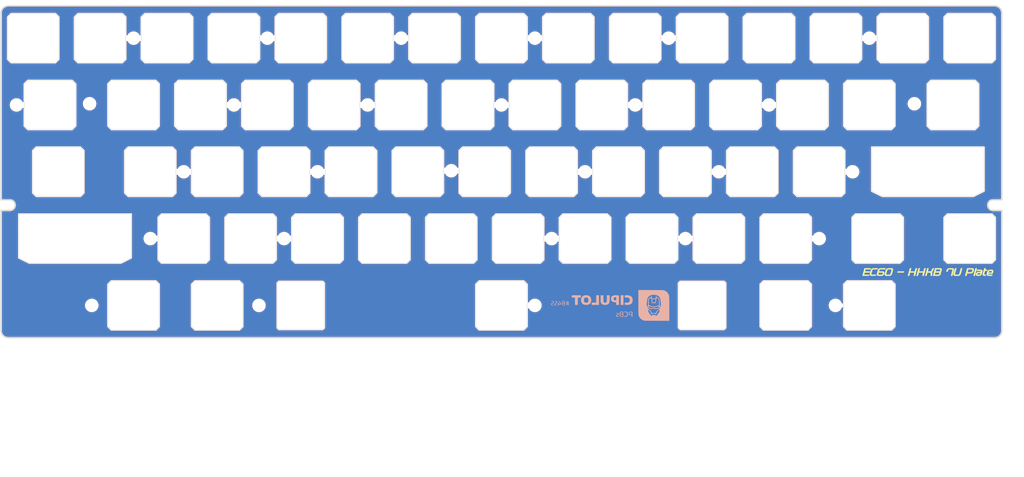
<source format=kicad_pcb>
(kicad_pcb (version 20211014) (generator pcbnew)
  (title_block (title "EC60 - HHKB 7U Plate") (date "2022-08-27") (rev "1.1") (company "Cipulot PCB Design") (comment 2 "Cipulot"))
  (layers (0 "F.Cu" signal) (31 "B.Cu" signal) (34 "B.Paste" user) (35 "F.Paste" user) (36 "B.SilkS" user "B.Silkscreen") (37 "F.SilkS" user "F.Silkscreen") (38 "B.Mask" user) (39 "F.Mask" user) (44 "Edge.Cuts" user))
  (net 0 "")
  (footprint "cipulot_parts:plate_cut_ecs_pad" (layer "F.Cu") (at 280.987704 132.15966)
    (fp_text reference "SW28")
    (fp_text value "EC_SW" hide)
    (fp_line (start 6.3 7) (end 7.3 6) (layer "Edge.Cuts") (width 0.12))
    (fp_line (start 6.3 -7) (end -6.3 -7) (layer "Edge.Cuts") (width 0.12))
    (fp_line (start -7.3 6) (end -6.3 7) (layer "Edge.Cuts") (width 0.12))
    (fp_line (start -7.3 -6) (end -7.3 6) (layer "Edge.Cuts") (width 0.12))
    (fp_line (start -6.3 -7) (end -7.3 -6) (layer "Edge.Cuts") (width 0.12))
    (fp_line (start 7.3 6) (end 7.3 -6) (layer "Edge.Cuts") (width 0.12))
    (fp_line (start 6.3 -7) (end 7.3 -6) (layer "Edge.Cuts") (width 0.12))
    (fp_line (start -6.3 7) (end 6.3 7) (layer "Edge.Cuts") (width 0.12))
  )
  (footprint "cipulot_parts:plate_cut_ecs_pad" (layer "F.Cu") (at 100.012704 113.10966)
    (fp_text reference "SW3")
    (fp_text value "EC_SW" hide)
    (fp_line (start 6.3 7) (end 7.3 6) (layer "Edge.Cuts") (width 0.12))
    (fp_line (start -7.3 -6) (end -7.3 6) (layer "Edge.Cuts") (width 0.12))
    (fp_line (start 6.3 -7) (end 7.3 -6) (layer "Edge.Cuts") (width 0.12))
    (fp_line (start 7.3 6) (end 7.3 -6) (layer "Edge.Cuts") (width 0.12))
    (fp_line (start -7.3 6) (end -6.3 7) (layer "Edge.Cuts") (width 0.12))
    (fp_line (start -6.3 -7) (end -7.3 -6) (layer "Edge.Cuts") (width 0.12))
    (fp_line (start 6.3 -7) (end -6.3 -7) (layer "Edge.Cuts") (width 0.12))
    (fp_line (start -6.3 7) (end 6.3 7) (layer "Edge.Cuts") (width 0.12))
  )
  (footprint "cipulot_parts:plate_cut_ecs_pad" (layer "F.Cu") (at 147.637704 132.15966)
    (fp_text reference "SW21")
    (fp_text value "EC_SW" hide)
    (fp_line (start 6.3 -7) (end -6.3 -7) (layer "Edge.Cuts") (width 0.12))
    (fp_line (start -7.3 -6) (end -7.3 6) (layer "Edge.Cuts") (width 0.12))
    (fp_line (start -7.3 6) (end -6.3 7) (layer "Edge.Cuts") (width 0.12))
    (fp_line (start 6.3 -7) (end 7.3 -6) (layer "Edge.Cuts") (width 0.12))
    (fp_line (start -6.3 -7) (end -7.3 -6) (layer "Edge.Cuts") (width 0.12))
    (fp_line (start -6.3 7) (end 6.3 7) (layer "Edge.Cuts") (width 0.12))
    (fp_line (start 7.3 6) (end 7.3 -6) (layer "Edge.Cuts") (width 0.12))
    (fp_line (start 6.3 7) (end 7.3 6) (layer "Edge.Cuts") (width 0.12))
  )
  (footprint "" (layer "F.Cu") (at 261.937704 113.10966)
    (fp_text reference "")
    (fp_text value "")
  )
  (footprint "cipulot_parts:plate_cut_ecs_pad" (layer "F.Cu") (at 271.462704 113.10966)
    (fp_text reference "SW12")
    (fp_text value "EC_SW" hide)
    (fp_line (start 6.3 -7) (end 7.3 -6) (layer "Edge.Cuts") (width 0.12))
    (fp_line (start -6.3 -7) (end -7.3 -6) (layer "Edge.Cuts") (width 0.12))
    (fp_line (start -7.3 -6) (end -7.3 6) (layer "Edge.Cuts") (width 0.12))
    (fp_line (start -7.3 6) (end -6.3 7) (layer "Edge.Cuts") (width 0.12))
    (fp_line (start -6.3 7) (end 6.3 7) (layer "Edge.Cuts") (width 0.12))
    (fp_line (start 6.3 -7) (end -6.3 -7) (layer "Edge.Cuts") (width 0.12))
    (fp_line (start 7.3 6) (end 7.3 -6) (layer "Edge.Cuts") (width 0.12))
    (fp_line (start 6.3 7) (end 7.3 6) (layer "Edge.Cuts") (width 0.12))
  )
  (footprint "cipulot_parts:plate_cut_ecs_pad" (layer "F.Cu") (at 109.537704 132.15966)
    (fp_text reference "SW19")
    (fp_text value "EC_SW" hide)
    (fp_line (start 6.3 -7) (end -6.3 -7) (layer "Edge.Cuts") (width 0.12))
    (fp_line (start 6.3 7) (end 7.3 6) (layer "Edge.Cuts") (width 0.12))
    (fp_line (start 6.3 -7) (end 7.3 -6) (layer "Edge.Cuts") (width 0.12))
    (fp_line (start -7.3 6) (end -6.3 7) (layer "Edge.Cuts") (width 0.12))
    (fp_line (start -6.3 -7) (end -7.3 -6) (layer "Edge.Cuts") (width 0.12))
    (fp_line (start -6.3 7) (end 6.3 7) (layer "Edge.Cuts") (width 0.12))
    (fp_line (start -7.3 -6) (end -7.3 6) (layer "Edge.Cuts") (width 0.12))
    (fp_line (start 7.3 6) (end 7.3 -6) (layer "Edge.Cuts") (width 0.12))
  )
  (footprint "cipulot_parts:plate_cut_ecs_pad" (layer "F.Cu") (at 214.312704 113.10966)
    (fp_text reference "SW9")
    (fp_text value "EC_SW" hide)
    (fp_line (start 6.3 -7) (end 7.3 -6) (layer "Edge.Cuts") (width 0.12))
    (fp_line (start -6.3 -7) (end -7.3 -6) (layer "Edge.Cuts") (width 0.12))
    (fp_line (start 6.3 -7) (end -6.3 -7) (layer "Edge.Cuts") (width 0.12))
    (fp_line (start -7.3 6) (end -6.3 7) (layer "Edge.Cuts") (width 0.12))
    (fp_line (start 6.3 7) (end 7.3 6) (layer "Edge.Cuts") (width 0.12))
    (fp_line (start 7.3 6) (end 7.3 -6) (layer "Edge.Cuts") (width 0.12))
    (fp_line (start -7.3 -6) (end -7.3 6) (layer "Edge.Cuts") (width 0.12))
    (fp_line (start -6.3 7) (end 6.3 7) (layer "Edge.Cuts") (width 0.12))
  )
  (footprint "" (layer "F.Cu") (at 252.412704 132.15966)
    (fp_text reference "")
    (fp_text value "")
  )
  (footprint "cipulot_parts:plate_cut_ecs_pad" (layer "F.Cu") (at 195.262704 113.10966)
    (fp_text reference "SW8")
    (fp_text value "EC_SW" hide)
    (fp_line (start -7.3 6) (end -6.3 7) (layer "Edge.Cuts") (width 0.12))
    (fp_line (start 7.3 6) (end 7.3 -6) (layer "Edge.Cuts") (width 0.12))
    (fp_line (start -6.3 -7) (end -7.3 -6) (layer "Edge.Cuts") (width 0.12))
    (fp_line (start -6.3 7) (end 6.3 7) (layer "Edge.Cuts") (width 0.12))
    (fp_line (start 6.3 -7) (end -6.3 -7) (layer "Edge.Cuts") (width 0.12))
    (fp_line (start 6.3 -7) (end 7.3 -6) (layer "Edge.Cuts") (width 0.12))
    (fp_line (start 6.3 7) (end 7.3 6) (layer "Edge.Cuts") (width 0.12))
    (fp_line (start -7.3 -6) (end -7.3 6) (layer "Edge.Cuts") (width 0.12))
  )
  (footprint "cipulot_parts:plate_cut_ecs_pad" (layer "F.Cu") (at 176.212704 113.10966)
    (fp_text reference "SW7")
    (fp_text value "EC_SW" hide)
    (fp_line (start 6.3 -7) (end 7.3 -6) (layer "Edge.Cuts") (width 0.12))
    (fp_line (start 6.3 -7) (end -6.3 -7) (layer "Edge.Cuts") (width 0.12))
    (fp_line (start 6.3 7) (end 7.3 6) (layer "Edge.Cuts") (width 0.12))
    (fp_line (start -6.3 -7) (end -7.3 -6) (layer "Edge.Cuts") (width 0.12))
    (fp_line (start -7.3 6) (end -6.3 7) (layer "Edge.Cuts") (width 0.12))
    (fp_line (start -6.3 7) (end 6.3 7) (layer "Edge.Cuts") (width 0.12))
    (fp_line (start 7.3 6) (end 7.3 -6) (layer "Edge.Cuts") (width 0.12))
    (fp_line (start -7.3 -6) (end -7.3 6) (layer "Edge.Cuts") (width 0.12))
  )
  (footprint "" (layer "F.Cu") (at 266.700204 170.25966)
    (fp_text reference "")
    (fp_text value "")
  )
  (footprint "cipulot_parts:plate_cut_ecs_pad" (layer "F.Cu") (at 209.550204 151.20966)
    (fp_text reference "SW39")
    (fp_text value "EC_SW" hide)
    (fp_line (start 6.3 7) (end 7.3 6) (layer "Edge.Cuts") (width 0.12))
    (fp_line (start -6.3 -7) (end -7.3 -6) (layer "Edge.Cuts") (width 0.12))
    (fp_line (start 7.3 6) (end 7.3 -6) (layer "Edge.Cuts") (width 0.12))
    (fp_line (start -7.3 -6) (end -7.3 6) (layer "Edge.Cuts") (width 0.12))
    (fp_line (start 6.3 -7) (end -6.3 -7) (layer "Edge.Cuts") (width 0.12))
    (fp_line (start 6.3 -7) (end 7.3 -6) (layer "Edge.Cuts") (width 0.12))
    (fp_line (start -7.3 6) (end -6.3 7) (layer "Edge.Cuts") (width 0.12))
    (fp_line (start -6.3 7) (end 6.3 7) (layer "Edge.Cuts") (width 0.12))
  )
  (footprint "cipulot_parts:plate_cut_ecs_pad" (layer "F.Cu") (at 266.700204 151.20966)
    (fp_text reference "SW42")
    (fp_text value "EC_SW" hide)
    (fp_line (start -6.3 7) (end 6.3 7) (layer "Edge.Cuts") (width 0.12))
    (fp_line (start 7.3 6) (end 7.3 -6) (layer "Edge.Cuts") (width 0.12))
    (fp_line (start 6.3 -7) (end 7.3 -6) (layer "Edge.Cuts") (width 0.12))
    (fp_line (start 6.3 7) (end 7.3 6) (layer "Edge.Cuts") (width 0.12))
    (fp_line (start -6.3 -7) (end -7.3 -6) (layer "Edge.Cuts") (width 0.12))
    (fp_line (start 6.3 -7) (end -6.3 -7) (layer "Edge.Cuts") (width 0.12))
    (fp_line (start -7.3 6) (end -6.3 7) (layer "Edge.Cuts") (width 0.12))
    (fp_line (start -7.3 -6) (end -7.3 6) (layer "Edge.Cuts") (width 0.12))
  )
  (footprint "cipulot_parts:plate_cut_ecs_pad" (layer "F.Cu") (at 109.537704 189.30966)
    (fp_text reference "SW64")
    (fp_text value "EC_SW" hide)
    (fp_line (start -6.3 -7) (end -7.3 -6) (layer "Edge.Cuts") (width 0.12))
    (fp_line (start 7.3 6) (end 7.3 -6) (layer "Edge.Cuts") (width 0.12))
    (fp_line (start 6.3 -7) (end -6.3 -7) (layer "Edge.Cuts") (width 0.12))
    (fp_line (start 6.3 -7) (end 7.3 -6) (layer "Edge.Cuts") (width 0.12))
    (fp_line (start 6.3 7) (end 7.3 6) (layer "Edge.Cuts") (width 0.12))
    (fp_line (start -6.3 7) (end 6.3 7) (layer "Edge.Cuts") (width 0.12))
    (fp_line (start -7.3 -6) (end -7.3 6) (layer "Edge.Cuts") (width 0.12))
    (fp_line (start -7.3 6) (end -6.3 7) (layer "Edge.Cuts") (width 0.12))
  )
  (footprint "cipulot_parts:plate_cut_ecs_pad" (layer "F.Cu") (at 252.412704 113.10966)
    (fp_text reference "SW11")
    (fp_text value "EC_SW" hide)
    (fp_line (start 7.3 6) (end 7.3 -6) (layer "Edge.Cuts") (width 0.12))
    (fp_line (start -6.3 -7) (end -7.3 -6) (layer "Edge.Cuts") (width 0.12))
    (fp_line (start 6.3 -7) (end -6.3 -7) (layer "Edge.Cuts") (width 0.12))
    (fp_line (start 6.3 7) (end 7.3 6) (layer "Edge.Cuts") (width 0.12))
    (fp_line (start -7.3 -6) (end -7.3 6) (layer "Edge.Cuts") (width 0.12))
    (fp_line (start 6.3 -7) (end 7.3 -6) (layer "Edge.Cuts") (width 0.12))
    (fp_line (start -7.3 6) (end -6.3 7) (layer "Edge.Cuts") (width 0.12))
    (fp_line (start -6.3 7) (end 6.3 7) (layer "Edge.Cuts") (width 0.12))
  )
  (footprint "cipulot_parts:plate_cut_ecs_pad" (layer "F.Cu") (at 295.275204 189.30966)
    (fp_text reference "SW30")
    (fp_text value "EC_SW" hide)
    (fp_line (start 6.3 -7) (end 7.3 -6) (layer "Edge.Cuts") (width 0.12))
    (fp_line (start -6.3 -7) (end -7.3 -6) (layer "Edge.Cuts") (width 0.12))
    (fp_line (start -6.3 7) (end 6.3 7) (layer "Edge.Cuts") (width 0.12))
    (fp_line (start 6.3 7) (end 7.3 6) (layer "Edge.Cuts") (width 0.12))
    (fp_line (start 7.3 6) (end 7.3 -6) (layer "Edge.Cuts") (width 0.12))
    (fp_line (start -7.3 6) (end -6.3 7) (layer "Edge.Cuts") (width 0.12))
    (fp_line (start 6.3 -7) (end -6.3 -7) (layer "Edge.Cuts") (width 0.12))
    (fp_line (start -7.3 -6) (end -7.3 6) (layer "Edge.Cuts") (width 0.12))
  )
  (footprint "cipulot_parts:plate_cut_ecs_pad" (layer "F.Cu") (at 85.725204 132.15966)
    (fp_text reference "SW18")
    (fp_text value "EC_SW" hide)
    (fp_line (start -7.3 6) (end -6.3 7) (layer "Edge.Cuts") (width 0.12))
    (fp_line (start -7.3 -6) (end -7.3 6) (layer "Edge.Cuts") (width 0.12))
    (fp_line (start -6.3 7) (end 6.3 7) (layer "Edge.Cuts") (width 0.12))
    (fp_line (start 6.3 -7) (end 7.3 -6) (layer "Edge.Cuts") (width 0.12))
    (fp_line (start 6.3 7) (end 7.3 6) (layer "Edge.Cuts") (width 0.12))
    (fp_line (start 7.3 6) (end 7.3 -6) (layer "Edge.Cuts") (width 0.12))
    (fp_line (start -6.3 -7) (end -7.3 -6) (layer "Edge.Cuts") (width 0.12))
    (fp_line (start 6.3 -7) (end -6.3 -7) (layer "Edge.Cuts") (width 0.12))
  )
  (footprint "cipulot_parts:plate_cut_ecs_pad" (layer "F.Cu") (at 228.600204 151.20966)
    (fp_text reference "SW40")
    (fp_text value "EC_SW" hide)
    (fp_line (start -7.3 -6) (end -7.3 6) (layer "Edge.Cuts") (width 0.12))
    (fp_line (start -7.3 6) (end -6.3 7) (layer "Edge.Cuts") (width 0.12))
    (fp_line (start 6.3 -7) (end -6.3 -7) (layer "Edge.Cuts") (width 0.12))
    (fp_line (start 7.3 6) (end 7.3 -6) (layer "Edge.Cuts") (width 0.12))
    (fp_line (start -6.3 7) (end 6.3 7) (layer "Edge.Cuts") (width 0.12))
    (fp_line (start 6.3 -7) (end 7.3 -6) (layer "Edge.Cuts") (width 0.12))
    (fp_line (start -6.3 -7) (end -7.3 -6) (layer "Edge.Cuts") (width 0.12))
    (fp_line (start 6.3 7) (end 7.3 6) (layer "Edge.Cuts") (width 0.12))
  )
  (footprint "cipulot_parts:plate_cut_ecs_pad" (layer "F.Cu") (at 138.112704 113.10966)
    (fp_text reference "SW5")
    (fp_text value "EC_SW" hide)
    (fp_line (start -6.3 7) (end 6.3 7) (layer "Edge.Cuts") (width 0.12))
    (fp_line (start 6.3 -7) (end -6.3 -7) (layer "Edge.Cuts") (width 0.12))
    (fp_line (start -7.3 -6) (end -7.3 6) (layer "Edge.Cuts") (width 0.12))
    (fp_line (start 6.3 -7) (end 7.3 -6) (layer "Edge.Cuts") (width 0.12))
    (fp_line (start -7.3 6) (end -6.3 7) (layer "Edge.Cuts") (width 0.12))
    (fp_line (start -6.3 -7) (end -7.3 -6) (layer "Edge.Cuts") (width 0.12))
    (fp_line (start 7.3 6) (end 7.3 -6) (layer "Edge.Cuts") (width 0.12))
    (fp_line (start 6.3 7) (end 7.3 6) (layer "Edge.Cuts") (width 0.12))
  )
  (footprint "" (layer "F.Cu") (at 147.637704 113.10966)
    (fp_text reference "")
    (fp_text value "")
  )
  (footprint "cipulot_parts:plate_cut_ecs_pad" (layer "F.Cu") (at 290.512704 113.10966)
    (fp_text reference "SW13")
    (fp_text value "EC_SW" hide)
    (fp_line (start -6.3 -7) (end -7.3 -6) (layer "Edge.Cuts") (width 0.12))
    (fp_line (start 6.3 -7) (end -6.3 -7) (layer "Edge.Cuts") (width 0.12))
    (fp_line (start -6.3 7) (end 6.3 7) (layer "Edge.Cuts") (width 0.12))
    (fp_line (start 7.3 6) (end 7.3 -6) (layer "Edge.Cuts") (width 0.12))
    (fp_line (start 6.3 -7) (end 7.3 -6) (layer "Edge.Cuts") (width 0.12))
    (fp_line (start 6.3 7) (end 7.3 6) (layer "Edge.Cuts") (width 0.12))
    (fp_line (start -7.3 -6) (end -7.3 6) (layer "Edge.Cuts") (width 0.12))
    (fp_line (start -7.3 6) (end -6.3 7) (layer "Edge.Cuts") (width 0.12))
  )
  (footprint "cipulot_parts:plate_cut_ecs_pad" (layer "F.Cu") (at 295.275204 170.25966)
    (fp_text reference "SW59")
    (fp_text value "EC_SW" hide)
    (fp_line (start -6.3 7) (end 6.3 7) (layer "Edge.Cuts") (width 0.12))
    (fp_line (start -7.3 -6) (end -7.3 6) (layer "Edge.Cuts") (width 0.12))
    (fp_line (start 6.3 7) (end 7.3 6) (layer "Edge.Cuts") (width 0.12))
    (fp_line (start 7.3 6) (end 7.3 -6) (layer "Edge.Cuts") (width 0.12))
    (fp_line (start -7.3 6) (end -6.3 7) (layer "Edge.Cuts") (width 0.12))
    (fp_line (start -6.3 -7) (end -7.3 -6) (layer "Edge.Cuts") (width 0.12))
    (fp_line (start 6.3 -7) (end 7.3 -6) (layer "Edge.Cuts") (width 0.12))
    (fp_line (start 6.3 -7) (end -6.3 -7) (layer "Edge.Cuts") (width 0.12))
  )
  (footprint "" (layer "F.Cu") (at 97.631468 189.30966)
    (fp_text reference "")
    (fp_text value "")
  )
  (footprint "" (layer "F.Cu") (at 276.225204 151.20966)
    (fp_text reference "")
    (fp_text value "")
  )
  (footprint "cipulot_parts:plate_cut_wide_ecs_pad" (layer "F.Cu") (at 335.756454 151.20966)
    (fp_text reference "SW32")
    (fp_text value "ISO_Enter" hide)
    (fp_line (start 16 0) (end 16 5.5) (layer "Edge.Cuts") (width 0.12))
    (fp_line (start 13 7) (end -13 7) (layer "Edge.Cuts") (width 0.12))
    (fp_line (start 16 5.5) (end 13 7) (layer "Edge.Cuts") (width 0.12))
    (fp_line (start -16 0) (end -16 5.5) (layer "Edge.Cuts") (width 0.12))
    (fp_line (start -16 0) (end -16 -7) (layer "Edge.Cuts") (width 0.12))
    (fp_line (start -16 -7) (end 16 -7) (layer "Edge.Cuts") (width 0.12))
    (fp_line (start 16 -7) (end 16 0) (layer "Edge.Cuts") (width 0.12))
    (fp_line (start -16 5.5) (end -13 7) (layer "Edge.Cuts") (width 0.12))
  )
  (footprint "" (layer "F.Cu") (at 123.825204 151.20966)
    (fp_text reference "")
    (fp_text value "")
  )
  (footprint "cipulot_parts:plate_cut_ecs_pad" (layer "F.Cu") (at 142.875204 170.25966)
    (fp_text reference "SW51")
    (fp_text value "EC_SW" hide)
    (fp_line (start 7.3 6) (end 7.3 -6) (layer "Edge.Cuts") (width 0.12))
    (fp_line (start -7.3 6) (end -6.3 7) (layer "Edge.Cuts") (width 0.12))
    (fp_line (start 6.3 -7) (end 7.3 -6) (layer "Edge.Cuts") (width 0.12))
    (fp_line (start -6.3 7) (end 6.3 7) (layer "Edge.Cuts") (width 0.12))
    (fp_line (start 6.3 -7) (end -6.3 -7) (layer "Edge.Cuts") (width 0.12))
    (fp_line (start 6.3 7) (end 7.3 6) (layer "Edge.Cuts") (width 0.12))
    (fp_line (start -7.3 -6) (end -7.3 6) (layer "Edge.Cuts") (width 0.12))
    (fp_line (start -6.3 -7) (end -7.3 -6) (layer "Edge.Cuts") (width 0.12))
  )
  (footprint "cipulot_parts:plate_cut_ecs_pad" (layer "F.Cu") (at 200.025204 170.25966)
    (fp_text reference "SW54")
    (fp_text value "EC_SW" hide)
    (fp_line (start -6.3 7) (end 6.3 7) (layer "Edge.Cuts") (width 0.12))
    (fp_line (start -7.3 6) (end -6.3 7) (layer "Edge.Cuts") (width 0.12))
    (fp_line (start -6.3 -7) (end -7.3 -6) (layer "Edge.Cuts") (width 0.12))
    (fp_line (start 6.3 -7) (end 7.3 -6) (layer "Edge.Cuts") (width 0.12))
    (fp_line (start 7.3 6) (end 7.3 -6) (layer "Edge.Cuts") (width 0.12))
    (fp_line (start -7.3 -6) (end -7.3 6) (layer "Edge.Cuts") (width 0.12))
    (fp_line (start 6.3 -7) (end -6.3 -7) (layer "Edge.Cuts") (width 0.12))
    (fp_line (start 6.3 7) (end 7.3 6) (layer "Edge.Cuts") (width 0.12))
  )
  (footprint "cipulot_parts:plate_cut_ecs_pad" (layer "F.Cu") (at 180.975204 170.25966)
    (fp_text reference "SW53")
    (fp_text value "EC_SW" hide)
    (fp_line (start 6.3 -7) (end -6.3 -7) (layer "Edge.Cuts") (width 0.12))
    (fp_line (start -7.3 -6) (end -7.3 6) (layer "Edge.Cuts") (width 0.12))
    (fp_line (start 6.3 7) (end 7.3 6) (layer "Edge.Cuts") (width 0.12))
    (fp_line (start -6.3 7) (end 6.3 7) (layer "Edge.Cuts") (width 0.12))
    (fp_line (start -6.3 -7) (end -7.3 -6) (layer "Edge.Cuts") (width 0.12))
    (fp_line (start -7.3 6) (end -6.3 7) (layer "Edge.Cuts") (width 0.12))
    (fp_line (start 7.3 6) (end 7.3 -6) (layer "Edge.Cuts") (width 0.12))
    (fp_line (start 6.3 -7) (end 7.3 -6) (layer "Edge.Cuts") (width 0.12))
  )
  (footprint "cipulot_parts:plate_cut_ecs_pad" (layer "F.Cu") (at 161.925204 170.25966)
    (fp_text reference "SW52")
    (fp_text value "EC_SW" hide)
    (fp_line (start 7.3 6) (end 7.3 -6) (layer "Edge.Cuts") (width 0.12))
    (fp_line (start -7.3 6) (end -6.3 7) (layer "Edge.Cuts") (width 0.12))
    (fp_line (start 6.3 -7) (end -6.3 -7) (layer "Edge.Cuts") (width 0.12))
    (fp_line (start -6.3 7) (end 6.3 7) (layer "Edge.Cuts") (width 0.12))
    (fp_line (start -6.3 -7) (end -7.3 -6) (layer "Edge.Cuts") (width 0.12))
    (fp_line (start 6.3 -7) (end 7.3 -6) (layer "Edge.Cuts") (width 0.12))
    (fp_line (start 6.3 7) (end 7.3 6) (layer "Edge.Cuts") (width 0.12))
    (fp_line (start -7.3 -6) (end -7.3 6) (layer "Edge.Cuts") (width 0.12))
  )
  (footprint "cipulot_parts:plate_cut_ecs_pad" (layer "F.Cu") (at 133.350204 151.20966)
    (fp_text reference "SW35")
    (fp_text value "EC_SW" hide)
    (fp_line (start -7.3 6) (end -6.3 7) (layer "Edge.Cuts") (width 0.12))
    (fp_line (start 6.3 7) (end 7.3 6) (layer "Edge.Cuts") (width 0.12))
    (fp_line (start 6.3 -7) (end -6.3 -7) (layer "Edge.Cuts") (width 0.12))
    (fp_line (start 6.3 -7) (end 7.3 -6) (layer "Edge.Cuts") (width 0.12))
    (fp_line (start -7.3 -6) (end -7.3 6) (layer "Edge.Cuts") (width 0.12))
    (fp_line (start -6.3 7) (end 6.3 7) (layer "Edge.Cuts") (width 0.12))
    (fp_line (start 7.3 6) (end 7.3 -6) (layer "Edge.Cuts") (width 0.12))
    (fp_line (start -6.3 -7) (end -7.3 -6) (layer "Edge.Cuts") (width 0.12))
  )
  (footprint "" (layer "F.Cu") (at 228.600204 170.25966)
    (fp_text reference "")
    (fp_text value "")
  )
  (footprint "cipulot_parts:plate_cut_ecs_pad" (layer "F.Cu") (at 128.587704 132.15966)
    (fp_text reference "SW20")
    (fp_text value "EC_SW" hide)
    (fp_line (start 7.3 6) (end 7.3 -6) (layer "Edge.Cuts") (width 0.12))
    (fp_line (start 6.3 -7) (end 7.3 -6) (layer "Edge.Cuts") (width 0.12))
    (fp_line (start -7.3 -6) (end -7.3 6) (layer "Edge.Cuts") (width 0.12))
    (fp_line (start -6.3 7) (end 6.3 7) (layer "Edge.Cuts") (width 0.12))
    (fp_line (start 6.3 7) (end 7.3 6) (layer "Edge.Cuts") (width 0.12))
    (fp_line (start -6.3 -7) (end -7.3 -6) (layer "Edge.Cuts") (width 0.12))
    (fp_line (start -7.3 6) (end -6.3 7) (layer "Edge.Cuts") (width 0.12))
    (fp_line (start 6.3 -7) (end -6.3 -7) (layer "Edge.Cuts") (width 0.12))
  )
  (footprint "cipulot_parts:plate_cut_ecs_pad" (layer "F.Cu") (at 171.450204 151.20966)
    (fp_text reference "SW37")
    (fp_text value "EC_SW" hide)
    (fp_line (start 7.3 6) (end 7.3 -6) (layer "Edge.Cuts") (width 0.12))
    (fp_line (start 6.3 7) (end 7.3 6) (layer "Edge.Cuts") (width 0.12))
    (fp_line (start 6.3 -7) (end -6.3 -7) (layer "Edge.Cuts") (width 0.12))
    (fp_line (start -6.3 7) (end 6.3 7) (layer "Edge.Cuts") (width 0.12))
    (fp_line (start 6.3 -7) (end 7.3 -6) (layer "Edge.Cuts") (width 0.12))
    (fp_line (start -7.3 -6) (end -7.3 6) (layer "Edge.Cuts") (width 0.12))
    (fp_line (start -6.3 -7) (end -7.3 -6) (layer "Edge.Cuts") (width 0.12))
    (fp_line (start -7.3 6) (end -6.3 7) (layer "Edge.Cuts") (width 0.12))
  )
  (footprint "" (layer "F.Cu") (at 76.200204 132.15966)
    (fp_text reference "")
    (fp_text value "")
  )
  (footprint "" (layer "F.Cu") (at 114.300204 170.25966)
    (fp_text reference "")
    (fp_text value "")
  )
  (footprint "cipulot_parts:plate_cut_ecs_pad" (layer "F.Cu") (at 190.500204 151.20966)
    (fp_text reference "SW38")
    (fp_text value "EC_SW" hide)
    (fp_line (start -6.3 -7) (end -7.3 -6) (layer "Edge.Cuts") (width 0.12))
    (fp_line (start -7.3 -6) (end -7.3 6) (layer "Edge.Cuts") (width 0.12))
    (fp_line (start -7.3 6) (end -6.3 7) (layer "Edge.Cuts") (width 0.12))
    (fp_line (start -6.3 7) (end 6.3 7) (layer "Edge.Cuts") (width 0.12))
    (fp_line (start 6.3 -7) (end -6.3 -7) (layer "Edge.Cuts") (width 0.12))
    (fp_line (start 6.3 7) (end 7.3 6) (layer "Edge.Cuts") (width 0.12))
    (fp_line (start 7.3 6) (end 7.3 -6) (layer "Edge.Cuts") (width 0.12))
    (fp_line (start 6.3 -7) (end 7.3 -6) (layer "Edge.Cuts") (width 0.12))
  )
  (footprint "cipulot_parts:plate_cut_ecs_pad" (layer "F.Cu") (at 321.468954 170.25966)
    (fp_text reference "SW30")
    (fp_text value "EC_SW" hide)
    (fp_line (start -6.3 -7) (end -7.3 -6) (layer "Edge.Cuts") (width 0.12))
    (fp_line (start -7.3 6) (end -6.3 7) (layer "Edge.Cuts") (width 0.12))
    (fp_line (start 6.3 -7) (end 7.3 -6) (layer "Edge.Cuts") (width 0.12))
    (fp_line (start -6.3 7) (end 6.3 7) (layer "Edge.Cuts") (width 0.12))
    (fp_line (start -7.3 -6) (end -7.3 6) (layer "Edge.Cuts") (width 0.12))
    (fp_line (start 6.3 -7) (end -6.3 -7) (layer "Edge.Cuts") (width 0.12))
    (fp_line (start 6.3 7) (end 7.3 6) (layer "Edge.Cuts") (width 0.12))
    (fp_line (start 7.3 6) (end 7.3 -6) (layer "Edge.Cuts") (width 0.12))
  )
  (footprint "cipulot_parts:plate_cut_ecs_pad" (layer "F.Cu") (at 119.062704 113.10966)
    (fp_text reference "SW4")
    (fp_text value "EC_SW" hide)
    (fp_line (start -6.3 7) (end 6.3 7) (layer "Edge.Cuts") (width 0.12))
    (fp_line (start 7.3 6) (end 7.3 -6) (layer "Edge.Cuts") (width 0.12))
    (fp_line (start -6.3 -7) (end -7.3 -6) (layer "Edge.Cuts") (width 0.12))
    (fp_line (start 6.3 7) (end 7.3 6) (layer "Edge.Cuts") (width 0.12))
    (fp_line (start -7.3 6) (end -6.3 7) (layer "Edge.Cuts") (width 0.12))
    (fp_line (start -7.3 -6) (end -7.3 6) (layer "Edge.Cuts") (width 0.12))
    (fp_line (start 6.3 -7) (end 7.3 -6) (layer "Edge.Cuts") (width 0.12))
    (fp_line (start 6.3 -7) (end -6.3 -7) (layer "Edge.Cuts") (width 0.12))
  )
  (footprint "cipulot_parts:plate_cut_ecs_pad" (layer "F.Cu") (at 152.400204 151.20966)
    (fp_text reference "SW36")
    (fp_text value "EC_SW" hide)
    (fp_line (start -6.3 7) (end 6.3 7) (layer "Edge.Cuts") (width 0.12))
    (fp_line (start -7.3 -6) (end -7.3 6) (layer "Edge.Cuts") (width 0.12))
    (fp_line (start 6.3 -7) (end -6.3 -7) (layer "Edge.Cuts") (width 0.12))
    (fp_line (start -6.3 -7) (end -7.3 -6) (layer "Edge.Cuts") (width 0.12))
    (fp_line (start 6.3 -7) (end 7.3 -6) (layer "Edge.Cuts") (width 0.12))
    (fp_line (start -7.3 6) (end -6.3 7) (layer "Edge.Cuts") (width 0.12))
    (fp_line (start 6.3 7) (end 7.3 6) (layer "Edge.Cuts") (width 0.12))
    (fp_line (start 7.3 6) (end 7.3 -6) (layer "Edge.Cuts") (width 0.12))
  )
  (footprint "cipulot_parts:plate_cut_ecs_pad" (layer "F.Cu") (at 233.362704 113.10966)
    (fp_text reference "SW10")
    (fp_text value "EC_SW" hide)
    (fp_line (start -6.3 -7) (end -7.3 -6) (layer "Edge.Cuts") (width 0.12))
    (fp_line (start -6.3 7) (end 6.3 7) (layer "Edge.Cuts") (width 0.12))
    (fp_line (start 7.3 6) (end 7.3 -6) (layer "Edge.Cuts") (width 0.12))
    (fp_line (start 6.3 7) (end 7.3 6) (layer "Edge.Cuts") (width 0.12))
    (fp_line (start 6.3 -7) (end 7.3 -6) (layer "Edge.Cuts") (width 0.12))
    (fp_line (start -7.3 6) (end -6.3 7) (layer "Edge.Cuts") (width 0.12))
    (fp_line (start 6.3 -7) (end -6.3 -7) (layer "Edge.Cuts") (width 0.12))
    (fp_line (start -7.3 -6) (end -7.3 6) (layer "Edge.Cuts") (width 0.12))
  )
  (footprint "cipulot_parts:plate_cut_ecs_pad" (layer "F.Cu") (at 123.825204 170.25966)
    (fp_text reference "SW50")
    (fp_text value "EC_SW" hide)
    (fp_line (start -7.3 -6) (end -7.3 6) (layer "Edge.Cuts") (width 0.12))
    (fp_line (start 6.3 -7) (end 7.3 -6) (layer "Edge.Cuts") (width 0.12))
    (fp_line (start 6.3 7) (end 7.3 6) (layer "Edge.Cuts") (width 0.12))
    (fp_line (start 7.3 6) (end 7.3 -6) (layer "Edge.Cuts") (width 0.12))
    (fp_line (start 6.3 -7) (end -6.3 -7) (layer "Edge.Cuts") (width 0.12))
    (fp_line (start -6.3 -7) (end -7.3 -6) (layer "Edge.Cuts") (width 0.12))
    (fp_line (start -7.3 6) (end -6.3 7) (layer "Edge.Cuts") (width 0.12))
    (fp_line (start -6.3 7) (end 6.3 7) (layer "Edge.Cuts") (width 0.12))
  )
  (footprint "cipulot_parts:plate_cut_ecs_pad" (layer "F.Cu") (at 342.900204 132.15966)
    (fp_text reference "SW30")
    (fp_text value "EC_SW" hide)
    (fp_line (start 6.3 7) (end 7.3 6) (layer "Edge.Cuts") (width 0.12))
    (fp_line (start 6.3 -7) (end -6.3 -7) (layer "Edge.Cuts") (width 0.12))
    (fp_line (start 7.3 6) (end 7.3 -6) (layer "Edge.Cuts") (width 0.12))
    (fp_line (start -6.3 7) (end 6.3 7) (layer "Edge.Cuts") (width 0.12))
    (fp_line (start -6.3 -7) (end -7.3 -6) (layer "Edge.Cuts") (width 0.12))
    (fp_line (start -7.3 -6) (end -7.3 6) (layer "Edge.Cuts") (width 0.12))
    (fp_line (start -7.3 6) (end -6.3 7) (layer "Edge.Cuts") (width 0.12))
    (fp_line (start 6.3 -7) (end 7.3 -6) (layer "Edge.Cuts") (width 0.12))
  )
  (footprint "cipulot_parts:plate_cut_ecs_pad" (layer "F.Cu") (at 185.737704 132.15966)
    (fp_text reference "SW23")
    (fp_text value "EC_SW" hide)
    (fp_line (start -6.3 7) (end 6.3 7) (layer "Edge.Cuts") (width 0.12))
    (fp_line (start -7.3 6) (end -6.3 7) (layer "Edge.Cuts") (width 0.12))
    (fp_line (start 6.3 -7) (end -6.3 -7) (layer "Edge.Cuts") (width 0.12))
    (fp_line (start -7.3 -6) (end -7.3 6) (layer "Edge.Cuts") (width 0.12))
    (fp_line (start 6.3 7) (end 7.3 6) (layer "Edge.Cuts") (width 0.12))
    (fp_line (start -6.3 -7) (end -7.3 -6) (layer "Edge.Cuts") (width 0.12))
    (fp_line (start 6.3 -7) (end 7.3 -6) (layer "Edge.Cuts") (width 0.12))
    (fp_line (start 7.3 6) (end 7.3 -6) (layer "Edge.Cuts") (width 0.12))
  )
  (footprint "LOGO" (layer "F.Cu") (at 335.756454 179.78466)
    (fp_text reference "G***" hide)
    (fp_text value "LOGO" hide)
  )
  (footprint "locallib:60_Outline-Modded-Extreme" (layer "F.Cu") (at 214.312704 151.20966)
    (fp_text reference "REF**" hide)
    (fp_text value "60_Outline" hide)
    (fp_line (start -140.5 -47.3) (end -100.801894 -47.3) (layer "Edge.Cuts") (width 0.3))
    (fp_line (start 100.501894 -47.3) (end -18.560606 -47.3) (layer "Edge.Cuts") (width 0.3))
    (fp_line (start 142.5 11) (end 142.5 45.3) (layer "Edge.Cuts") (width 0.3))
    (fp_line (start -142.5 8) (end -142.5 -45.3) (layer "Edge.Cuts") (width 0.3))
    (fp_line (start -140.5 47.3) (end -86.514394 47.3) (layer "Edge.Cuts") (width 0.3))
    (fp_line (start 140 8) (end 142.5 8) (layer "Edge.Cuts") (width 0.3))
    (fp_line (start 86.214395 47.3) (end 140.5 47.3) (layer "Edge.Cuts") (width 0.3))
    (fp_line (start 142.5 8) (end 142.5 -45.3) (layer "Edge.Cuts") (width 0.3))
    (fp_line (start -140 8) (end -142.5 8) (layer "Edge.Cuts") (width 0.3))
    (fp_line (start 140 11) (end 142.5 11) (layer "Edge.Cuts") (width 0.3))
    (fp_line (start -18.560606 -47.3) (end -100.801894 -47.3) (layer "Edge.Cuts") (width 0.3))
    (fp_line (start 86.214395 47.3) (end -86.514394 47.3) (layer "Edge.Cuts") (width 0.3))
    (fp_line (start 100.501894 -47.3) (end 140.5 -47.3) (layer "Edge.Cuts") (width 0.3))
    (fp_line (start -142.5 45.3) (end -142.5 11) (layer "Edge.Cuts") (width 0.3))
    (fp_line (start -140 11) (end -142.5 11) (layer "Edge.Cuts") (width 0.3))
    (fp_arc (start -140 8) (mid -138.93934 8.43934) (end -138.5 9.5) (layer "Edge.Cuts") (width 0.3))
    (fp_arc (start 138.5 9.5) (mid 138.93934 8.43934) (end 140 8) (layer "Edge.Cuts") (width 0.3))
    (fp_arc (start 140 11) (mid 138.93934 10.56066) (end 138.5 9.5) (layer "Edge.Cuts") (width 0.3))
    (fp_arc (start -140.5 47.3) (mid -141.914214 46.714214) (end -142.5 45.3) (layer "Edge.Cuts") (width 0.3))
    (fp_arc (start -142.5 -45.3) (mid -141.914214 -46.714214) (end -140.5 -47.3) (layer "Edge.Cuts") (width 0.3))
    (fp_arc (start 142.5 45.3) (mid 141.914214 46.714214) (end 140.5 47.3) (layer "Edge.Cuts") (width 0.3))
    (fp_arc (start 140.5 -47.3) (mid 141.914214 -46.714214) (end 142.5 -45.3) (layer "Edge.Cuts") (width 0.3))
    (fp_arc (start -138.5 9.5) (mid -138.93934 10.56066) (end -140 11) (layer "Edge.Cuts") (width 0.3))
  )
  (footprint "" (layer "F.Cu") (at 223.837704 113.10966)
    (fp_text reference "")
    (fp_text value "")
  )
  (footprint "cipulot_parts:plate_cut_ecs_pad" (layer "F.Cu") (at 214.312704 189.30966)
    (fp_text reference "SW30")
    (fp_text value "EC_SW" hide)
    (fp_line (start 6.3 -7) (end 7.3 -6) (layer "Edge.Cuts") (width 0.12))
    (fp_line (start -7.3 -6) (end -7.3 6) (layer "Edge.Cuts") (width 0.12))
    (fp_line (start -6.3 -7) (end -7.3 -6) (layer "Edge.Cuts") (width 0.12))
    (fp_line (start -6.3 7) (end 6.3 7) (layer "Edge.Cuts") (width 0.12))
    (fp_line (start -7.3 6) (end -6.3 7) (layer "Edge.Cuts") (width 0.12))
    (fp_line (start 6.3 -7) (end -6.3 -7) (layer "Edge.Cuts") (width 0.12))
    (fp_line (start 6.3 7) (end 7.3 6) (layer "Edge.Cuts") (width 0.12))
    (fp_line (start 7.3 6) (end 7.3 -6) (layer "Edge.Cuts") (width 0.12))
  )
  (footprint "" (layer "F.Cu") (at 185.737704 113.10966)
    (fp_text reference "")
    (fp_text value "")
  )
  (footprint "" (layer "F.Cu") (at 314.325204 151.20966)
    (fp_text reference "")
    (fp_text value "")
  )
  (footprint "" (layer "F.Cu") (at 304.800204 170.25966)
    (fp_text reference "")
    (fp_text value "")
  )
  (footprint "cipulot_parts:plate_cut_ecs_pad" (layer "F.Cu") (at 319.087704 132.15966)
    (fp_text reference "SW30")
    (fp_text value "EC_SW" hide)
    (fp_line (start -7.3 6) (end -6.3 7) (layer "Edge.Cuts") (width 0.12))
    (fp_line (start 6.3 7) (end 7.3 6) (layer "Edge.Cuts") (width 0.12))
    (fp_line (start -6.3 7) (end 6.3 7) (layer "Edge.Cuts") (width 0.12))
    (fp_line (start -6.3 -7) (end -7.3 -6) (layer "Edge.Cuts") (width 0.12))
    (fp_line (start 7.3 6) (end 7.3 -6) (layer "Edge.Cuts") (width 0.12))
    (fp_line (start 6.3 -7) (end -6.3 -7) (layer "Edge.Cuts") (width 0.12))
    (fp_line (start -7.3 -6) (end -7.3 6) (layer "Edge.Cuts") (width 0.12))
    (fp_line (start 6.3 -7) (end 7.3 -6) (layer "Edge.Cuts") (width 0.12))
  )
  (footprint "cipulot_parts:plate_cut_ecs_pad" (layer "F.Cu") (at 238.125204 170.25966)
    (fp_text reference "SW56")
    (fp_text value "EC_SW" hide)
    (fp_line (start 6.3 -7) (end 7.3 -6) (layer "Edge.Cuts") (width 0.12))
    (fp_line (start -7.3 6) (end -6.3 7) (layer "Edge.Cuts") (width 0.12))
    (fp_line (start -6.3 -7) (end -7.3 -6) (layer "Edge.Cuts") (width 0.12))
    (fp_line (start 6.3 7) (end 7.3 6) (layer "Edge.Cuts") (width 0.12))
    (fp_line (start 6.3 -7) (end -6.3 -7) (layer "Edge.Cuts") (width 0.12))
    (fp_line (start -6.3 7) (end 6.3 7) (layer "Edge.Cuts") (width 0.12))
    (fp_line (start 7.3 6) (end 7.3 -6) (layer "Edge.Cuts") (width 0.12))
    (fp_line (start -7.3 -6) (end -7.3 6) (layer "Edge.Cuts") (width 0.12))
  )
  (footprint "cipulot_parts:plate_cut_ecs_pad" (layer "F.Cu") (at 347.662704 170.25966)
    (fp_text reference "SW30")
    (fp_text value "EC_SW" hide)
    (fp_line (start 6.3 7) (end 7.3 6) (layer "Edge.Cuts") (width 0.12))
    (fp_line (start -6.3 -7) (end -7.3 -6) (layer "Edge.Cuts") (width 0.12))
    (fp_line (start -6.3 7) (end 6.3 7) (layer "Edge.Cuts") (width 0.12))
    (fp_line (start -7.3 6) (end -6.3 7) (layer "Edge.Cuts") (width 0.12))
    (fp_line (start 6.3 -7) (end -6.3 -7) (layer "Edge.Cuts") (width 0.12))
    (fp_line (start 6.3 -7) (end 7.3 -6) (layer "Edge.Cuts") (width 0.12))
    (fp_line (start 7.3 6) (end 7.3 -6) (layer "Edge.Cuts") (width 0.12))
    (fp_line (start -7.3 -6) (end -7.3 6) (layer "Edge.Cuts") (width 0.12))
  )
  (footprint "cipulot_parts:plate_cut_ecs_pad" (layer "F.Cu") (at 133.350204 189.30966)
    (fp_text reference "SW65")
    (fp_text value "EC_SW" hide)
    (fp_line (start 6.3 -7) (end -6.3 -7) (layer "Edge.Cuts") (width 0.12))
    (fp_line (start -7.3 6) (end -6.3 7) (layer "Edge.Cuts") (width 0.12))
    (fp_line (start -7.3 -6) (end -7.3 6) (layer "Edge.Cuts") (width 0.12))
    (fp_line (start 6.3 7) (end 7.3 6) (layer "Edge.Cuts") (width 0.12))
    (fp_line (start 6.3 -7) (end 7.3 -6) (layer "Edge.Cuts") (width 0.12))
    (fp_line (start 7.3 6) (end 7.3 -6) (layer "Edge.Cuts") (width 0.12))
    (fp_line (start -6.3 -7) (end -7.3 -6) (layer "Edge.Cuts") (width 0.12))
    (fp_line (start -6.3 7) (end 6.3 7) (layer "Edge.Cuts") (width 0.12))
  )
  (footprint "" (layer "F.Cu") (at 290.512704 132.15966)
    (fp_text reference "")
    (fp_text value "")
  )
  (footprint "cipulot_parts:plate_cut_ecs_pad" (layer "F.Cu") (at 304.800204 151.20966)
    (fp_text reference "SW44")
    (fp_text value "EC_SW" hide)
    (fp_line (start -7.3 -6) (end -7.3 6) (layer "Edge.Cuts") (width 0.12))
    (fp_line (start 6.3 -7) (end 7.3 -6) (layer "Edge.Cuts") (width 0.12))
    (fp_line (start -6.3 7) (end 6.3 7) (layer "Edge.Cuts") (width 0.12))
    (fp_line (start 6.3 -7) (end -6.3 -7) (layer "Edge.Cuts") (width 0.12))
    (fp_line (start 7.3 6) (end 7.3 -6) (layer "Edge.Cuts") (width 0.12))
    (fp_line (start 6.3 7) (end 7.3 6) (layer "Edge.Cuts") (width 0.12))
    (fp_line (start -7.3 6) (end -6.3 7) (layer "Edge.Cuts") (width 0.12))
    (fp_line (start -6.3 -7) (end -7.3 -6) (layer "Edge.Cuts") (width 0.12))
  )
  (footprint "" (layer "F.Cu") (at 145.256454 189.30966)
    (fp_text reference "")
    (fp_text value "")
  )
  (footprint "cipulot_parts:plate_cut_ecs_pad" (layer "F.Cu") (at 257.175204 170.25966)
    (fp_text reference "SW57")
    (fp_text value "EC_SW" hide)
    (fp_line (start 7.3 6) (end 7.3 -6) (layer "Edge.Cuts") (width 0.12))
    (fp_line (start 6.3 7) (end 7.3 6) (layer "Edge.Cuts") (width 0.12))
    (fp_line (start -7.3 -6) (end -7.3 6) (layer "Edge.Cuts") (width 0.12))
    (fp_line (start 6.3 -7) (end -6.3 -7) (layer "Edge.Cuts") (width 0.12))
    (fp_line (start -6.3 -7) (end -7.3 -6) (layer "Edge.Cuts") (width 0.12))
    (fp_line (start -7.3 6) (end -6.3 7) (layer "Edge.Cuts") (width 0.12))
    (fp_line (start -6.3 7) (end 6.3 7) (layer "Edge.Cuts") (width 0.12))
    (fp_line (start 6.3 -7) (end 7.3 -6) (layer "Edge.Cuts") (width 0.12))
  )
  (footprint "cipulot_parts:plate_cut_ecs_pad" (layer "F.Cu") (at 347.662704 113.10966)
    (fp_text reference "SW17")
    (fp_text value "EC_SW" hide)
    (fp_line (start -6.3 7) (end 6.3 7) (layer "Edge.Cuts") (width 0.12))
    (fp_line (start 6.3 -7) (end -6.3 -7) (layer "Edge.Cuts") (width 0.12))
    (fp_line (start 6.3 7) (end 7.3 6) (layer "Edge.Cuts") (width 0.12))
    (fp_line (start 6.3 -7) (end 7.3 -6) (layer "Edge.Cuts") (width 0.12))
    (fp_line (start -7.3 -6) (end -7.3 6) (layer "Edge.Cuts") (width 0.12))
    (fp_line (start -7.3 6) (end -6.3 7) (layer "Edge.Cuts") (width 0.12))
    (fp_line (start -6.3 -7) (end -7.3 -6) (layer "Edge.Cuts") (width 0.12))
    (fp_line (start 7.3 6) (end 7.3 -6) (layer "Edge.Cuts") (width 0.12))
  )
  (footprint "cipulot_parts:plate_cut_ecs_pad" (layer "F.Cu") (at 114.300204 151.20966)
    (fp_text reference "SW34")
    (fp_text value "EC_SW" hide)
    (fp_line (start 6.3 7) (end 7.3 6) (layer "Edge.Cuts") (width 0.12))
    (fp_line (start 6.3 -7) (end -6.3 -7) (layer "Edge.Cuts") (width 0.12))
    (fp_line (start -7.3 6) (end -6.3 7) (layer "Edge.Cuts") (width 0.12))
    (fp_line (start 6.3 -7) (end 7.3 -6) (layer "Edge.Cuts") (width 0.12))
    (fp_line (start -6.3 7) (end 6.3 7) (layer "Edge.Cuts") (width 0.12))
    (fp_line (start -6.3 -7) (end -7.3 -6) (layer "Edge.Cuts") (width 0.12))
    (fp_line (start -7.3 -6) (end -7.3 6) (layer "Edge.Cuts") (width 0.12))
    (fp_line (start 7.3 6) (end 7.3 -6) (layer "Edge.Cuts") (width 0.12))
  )
  (footprint "" (layer "F.Cu") (at 238.125204 151.20966)
    (fp_text reference "")
    (fp_text value "")
  )
  (footprint "cipulot_parts:plate_cut_ecs_pad" (layer "F.Cu") (at 223.837704 132.15966)
    (fp_text reference "SW25")
    (fp_text value "EC_SW" hide)
    (fp_line (start 6.3 -7) (end -6.3 -7) (layer "Edge.Cuts") (width 0.12))
    (fp_line (start 6.3 -7) (end 7.3 -6) (layer "Edge.Cuts") (width 0.12))
    (fp_line (start 7.3 6) (end 7.3 -6) (layer "Edge.Cuts") (width 0.12))
    (fp_line (start -7.3 -6) (end -7.3 6) (layer "Edge.Cuts") (width 0.12))
    (fp_line (start -6.3 -7) (end -7.3 -6) (layer "Edge.Cuts") (width 0.12))
    (fp_line (start -6.3 7) (end 6.3 7) (layer "Edge.Cuts") (width 0.12))
    (fp_line (start 6.3 7) (end 7.3 6) (layer "Edge.Cuts") (width 0.12))
    (fp_line (start -7.3 6) (end -6.3 7) (layer "Edge.Cuts") (width 0.12))
  )
  (footprint "cipulot_parts:plate_cut_ecs_pad" (layer "F.Cu") (at 300.037704 132.15966)
    (fp_text reference "SW29")
    (fp_text value "EC_SW" hide)
    (fp_line (start -7.3 -6) (end -7.3 6) (layer "Edge.Cuts") (width 0.12))
    (fp_line (start 6.3 -7) (end -6.3 -7) (layer "Edge.Cuts") (width 0.12))
    (fp_line (start 7.3 6) (end 7.3 -6) (layer "Edge.Cuts") (width 0.12))
    (fp_line (start -6.3 -7) (end -7.3 -6) (layer "Edge.Cuts") (width 0.12))
    (fp_line (start -7.3 6) (end -6.3 7) (layer "Edge.Cuts") (width 0.12))
    (fp_line (start 6.3 -7) (end 7.3 -6) (layer "Edge.Cuts") (width 0.12))
    (fp_line (start 6.3 7) (end 7.3 6) (layer "Edge.Cuts") (width 0.12))
    (fp_line (start -6.3 7) (end 6.3 7) (layer "Edge.Cuts") (width 0.12))
  )
  (footprint "" (layer "F.Cu") (at 214.312704 132.15966)
    (fp_text reference "")
    (fp_text value "")
  )
  (footprint "cipulot_parts:plate_cut_ecs_pad" (layer "F.Cu") (at 261.937704 132.15966)
    (fp_text reference "SW27")
    (fp_text value "EC_SW" hide)
    (fp_line (start 7.3 6) (end 7.3 -6) (layer "Edge.Cuts") (width 0.12))
    (fp_line (start 6.3 7) (end 7.3 6) (layer "Edge.Cuts") (width 0.12))
    (fp_line (start -6.3 7) (end 6.3 7) (layer "Edge.Cuts") (width 0.12))
    (fp_line (start 6.3 -7) (end 7.3 -6) (layer "Edge.Cuts") (width 0.12))
    (fp_line (start 6.3 -7) (end -6.3 -7) (layer "Edge.Cuts") (width 0.12))
    (fp_line (start -6.3 -7) (end -7.3 -6) (layer "Edge.Cuts") (width 0.12))
    (fp_line (start -7.3 6) (end -6.3 7) (layer "Edge.Cuts") (width 0.12))
    (fp_line (start -7.3 -6) (end -7.3 6) (layer "Edge.Cuts") (width 0.12))
  )
  (footprint "cipulot_parts:plate_cut_ecs_pad" (layer "F.Cu") (at 204.787704 132.15966)
    (fp_text reference "SW24")
    (fp_text value "EC_SW" hide)
    (fp_line (start -6.3 7) (end 6.3 7) (layer "Edge.Cuts") (width 0.12))
    (fp_line (start -7.3 6) (end -6.3 7) (layer "Edge.Cuts") (width 0.12))
    (fp_line (start 7.3 6) (end 7.3 -6) (layer "Edge.Cuts") (width 0.12))
    (fp_line (start 6.3 -7) (end 7.3 -6) (layer "Edge.Cuts") (width 0.12))
    (fp_line (start 6.3 -7) (end -6.3 -7) (layer "Edge.Cuts") (width 0.12))
    (fp_line (start -6.3 -7) (end -7.3 -6) (layer "Edge.Cuts") (width 0.12))
    (fp_line (start -7.3 -6) (end -7.3 6) (layer "Edge.Cuts") (width 0.12))
    (fp_line (start 6.3 7) (end 7.3 6) (layer "Edge.Cuts") (width 0.12))
  )
  (footprint "cipulot_parts:plate_cut_ecs_pad" (layer "F.Cu") (at 88.106454 151.20966)
    (fp_text reference "SW54")
    (fp_text value "EC_SW" hide)
    (fp_line (start -6.3 7) (end 6.3 7) (layer "Edge.Cuts") (width 0.12))
    (fp_line (start 6.3 7) (end 7.3 6) (layer "Edge.Cuts") (width 0.12))
    (fp_line (start 6.3 -7) (end -6.3 -7) (layer "Edge.Cuts") (width 0.12))
    (fp_line (start 7.3 6) (end 7.3 -6) (layer "Edge.Cuts") (width 0.12))
    (fp_line (start 6.3 -7) (end 7.3 -6) (layer "Edge.Cuts") (width 0.12))
    (fp_line (start -7.3 6) (end -6.3 7) (layer "Edge.Cuts") (width 0.12))
    (fp_line (start -7.3 -6) (end -7.3 6) (layer "Edge.Cuts") (width 0.12))
    (fp_line (start -6.3 -7) (end -7.3 -6) (layer "Edge.Cuts") (width 0.12))
  )
  (footprint "cipulot_parts:plate_cut_7U_space_stab_ecs_pad" (layer "F.Cu") (at 214.312704 189.30966)
    (fp_text reference "REF**")
    (fp_text value "Value " hide)
    (fp_line (start -63.3806 6.8705) (end -50.9326 6.8705) (layer "Edge.Cuts") (width 0.12))
    (fp_line (start 50.919 -6.8705) (end 63.381 -6.8705) (layer "Edge.Cuts") (width 0.12))
    (fp_line (start 50.926 6.8705) (end 63.374 6.8705) (layer "Edge.Cuts") (width 0.12))
    (fp_line (start 50.419 6.3635) (end 50.926 6.8705) (layer "Edge.Cuts") (width 0.12))
    (fp_line (start 50.419 -6.3635) (end 50.919 -6.8705) (layer "Edge.Cuts") (width 0.12))
    (fp_line (start 63.881 6.3635) (end 63.881 -6.3635) (layer "Edge.Cuts") (width 0.12))
    (fp_line (start -63.8876 6.3635) (end -63.3806 6.8705) (layer "Edge.Cuts") (width 0.12))
    (fp_line (start -63.8876 -6.3635) (end -63.8876 6.3635) (layer "Edge.Cuts") (width 0.12))
    (fp_line (start -50.9326 -6.8705) (end -63.3806 -6.8705) (layer "Edge.Cuts") (width 0.12))
    (fp_line (start -50.9326 6.8705) (end -50.4256 6.3635) (layer "Edge.Cuts") (width 0.12))
    (fp_line (start 50.419 -6.3635) (end 50.419 6.3635) (layer "Edge.Cuts") (width 0.12))
    (fp_line (start -50.4256 -6.3635) (end -50.9326 -6.8705) (layer "Edge.Cuts") (width 0.12))
    (fp_line (start -50.4256 6.3635) (end -50.4256 -6.3635) (layer "Edge.Cuts") (width 0.12))
    (fp_line (start 63.374 6.8705) (end 63.881 6.3635) (layer "Edge.Cuts") (width 0.12))
    (fp_line (start -63.3806 -6.8705) (end -63.8876 -6.3635) (layer "Edge.Cuts") (width 0.12))
    (fp_line (start 63.381 -6.8705) (end 63.881 -6.3635) (layer "Edge.Cuts") (width 0.12))
  )
  (footprint "cipulot_parts:plate_cut_wide_ecs_pad" (layer "F.Cu") (at 92.868954 170.25966)
    (fp_text reference "SW54")
    (fp_text value "EC_SW" hide)
    (fp_line (start 16 5.5) (end 13 7) (layer "Edge.Cuts") (width 0.12))
    (fp_line (start 16 -7) (end 16 0) (layer "Edge.Cuts") (width 0.12))
    (fp_line (start -16 0) (end -16 -7) (layer "Edge.Cuts") (width 0.12))
    (fp_line (start -16 -7) (end 16 -7) (layer "Edge.Cuts") (width 0.12))
    (fp_line (start 13 7) (end -13 7) (layer "Edge.Cuts") (width 0.12))
    (fp_line (start -16 5.5) (end -13 7) (layer "Edge.Cuts") (width 0.12))
    (fp_line (start -16 0) (end -16 5.5) (layer "Edge.Cuts") (width 0.12))
    (fp_line (start 16 0) (end 16 5.5) (layer "Edge.Cuts") (width 0.12))
  )
  (footprint "cipulot_parts:plate_cut_ecs_pad" (layer "F.Cu") (at 319.087704 189.30966)
    (fp_text reference "SW30")
    (fp_text value "EC_SW" hide)
    (fp_line (start -6.3 -7) (end -7.3 -6) (layer "Edge.Cuts") (width 0.12))
    (fp_line (start -7.3 -6) (end -7.3 6) (layer "Edge.Cuts") (width 0.12))
    (fp_line (start 6.3 -7) (end 7.3 -6) (layer "Edge.Cuts") (width 0.12))
    (fp_line (start 7.3 6) (end 7.3 -6) (layer "Edge.Cuts") (width 0.12))
    (fp_line (start -6.3 7) (end 6.3 7) (layer "Edge.Cuts") (width 0.12))
    (fp_line (start -7.3 6) (end -6.3 7) (layer "Edge.Cuts") (width 0.12))
    (fp_line (start 6.3 -7) (end -6.3 -7) (layer "Edge.Cuts") (width 0.12))
    (fp_line (start 6.3 7) (end 7.3 6) (layer "Edge.Cuts") (width 0.12))
  )
  (footprint "cipulot_parts:HOLE_M2" (layer "F.Cu") (at 109.537704 113.10966)
    (fp_text reference "H1" hide)
    (fp_text value "MountingHole" hide)
  )
  (footprint "cipulot_parts:plate_cut_ecs_pad" (layer "F.Cu") (at 309.562704 113.10966)
    (fp_text reference "SW14")
    (fp_text value "EC_SW" hide)
    (fp_line (start 7.3 6) (end 7.3 -6) (layer "Edge.Cuts") (width 0.12))
    (fp_line (start 6.3 7) (end 7.3 6) (layer "Edge.Cuts") (width 0.12))
    (fp_line (start -6.3 -7) (end -7.3 -6) (layer "Edge.Cuts") (width 0.12))
    (fp_line (start -7.3 6) (end -6.3 7) (layer "Edge.Cuts") (width 0.12))
    (fp_line (start -7.3 -6) (end -7.3 6) (layer "Edge.Cuts") (width 0.12))
    (fp_line (start 6.3 -7) (end 7.3 -6) (layer "Edge.Cuts") (width 0.12))
    (fp_line (start 6.3 -7) (end -6.3 -7) (layer "Edge.Cuts") (width 0.12))
    (fp_line (start -6.3 7) (end 6.3 7) (layer "Edge.Cuts") (width 0.12))
  )
  (footprint "cipulot_parts:plate_cut_ecs_pad" (layer "F.Cu") (at 166.687704 132.15966)
    (fp_text reference "SW22")
    (fp_text value "EC_SW" hide)
    (fp_line (start 6.3 -7) (end -6.3 -7) (layer "Edge.Cuts") (width 0.12))
    (fp_line (start 7.3 6) (end 7.3 -6) (layer "Edge.Cuts") (width 0.12))
    (fp_line (start -6.3 7) (end 6.3 7) (layer "Edge.Cuts") (width 0.12))
    (fp_line (start 6.3 7) (end 7.3 6) (layer "Edge.Cuts") (width 0.12))
    (fp_line (start 6.3 -7) (end 7.3 -6) (layer "Edge.Cuts") (width 0.12))
    (fp_line (start -7.3 6) (end -6.3 7) (layer "Edge.Cuts") (width 0.12))
    (fp_line (start -6.3 -7) (end -7.3 -6) (layer "Edge.Cuts") (width 0.12))
    (fp_line (start -7.3 -6) (end -7.3 6) (layer "Edge.Cuts") (width 0.12))
  )
  (footprint "" (layer "F.Cu") (at 223.837704 189.30966)
    (fp_text reference "")
    (fp_text value "")
  )
  (footprint "cipulot_parts:plate_cut_ecs_pad" (layer "F.Cu") (at 276.225204 170.25966)
    (fp_text reference "SW58")
    (fp_text value "EC_SW" hide)
    (fp_line (start 6.3 7) (end 7.3 6) (layer "Edge.Cuts") (width 0.12))
    (fp_line (start -7.3 -6) (end -7.3 6) (layer "Edge.Cuts") (width 0.12))
    (fp_line (start -6.3 -7) (end -7.3 -6) (layer "Edge.Cuts") (width 0.12))
    (fp_line (start 6.3 -7) (end -6.3 -7) (layer "Edge.Cuts") (width 0.12))
    (fp_line (start 7.3 6) (end 7.3 -6) (layer "Edge.Cuts") (width 0.12))
    (fp_line (start -7.3 6) (end -6.3 7) (layer "Edge.Cuts") (width 0.12))
    (fp_line (start -6.3 7) (end 6.3 7) (layer "Edge.Cuts") (width 0.12))
    (fp_line (start 6.3 -7) (end 7.3 -6) (layer "Edge.Cuts") (width 0.12))
  )
  (footprint "" (layer "F.Cu") (at 319.087704 113.10966)
    (fp_text reference "")
    (fp_text value "")
  )
  (footprint "cipulot_parts:plate_cut_ecs_pad" (layer "F.Cu") (at 247.650204 151.20966)
    (fp_text reference "SW41")
    (fp_text value "EC_SW" hide)
    (fp_line (start -7.3 -6) (end -7.3 6) (layer "Edge.Cuts") (width 0.12))
    (fp_line (start -6.3 -7) (end -7.3 -6) (layer "Edge.Cuts") (width 0.12))
    (fp_line (start -7.3 6) (end -6.3 7) (layer "Edge.Cuts") (width 0.12))
    (fp_line (start -6.3 7) (end 6.3 7) (layer "Edge.Cuts") (width 0.12))
    (fp_line (start 6.3 7) (end 7.3 6) (layer "Edge.Cuts") (width 0.12))
    (fp_line (start 7.3 6) (end 7.3 -6) (layer "Edge.Cuts") (width 0.12))
    (fp_line (start 6.3 -7) (end -6.3 -7) (layer "Edge.Cuts") (width 0.12))
    (fp_line (start 6.3 -7) (end 7.3 -6) (layer "Edge.Cuts") (width 0.12))
  )
  (footprint "" (layer "F.Cu") (at 176.212704 132.15966)
    (fp_text reference "")
    (fp_text value "")
  )
  (footprint "cipulot_parts:plate_cut_ecs_pad" (layer "F.Cu") (at 80.962704 113.10966)
    (fp_text reference "SW2")
    (fp_text value "EC_SW" hide)
    (fp_line (start 6.3 7) (end 7.3 6) (layer "Edge.Cuts") (width 0.12))
    (fp_line (start -6.3 7) (end 6.3 7) (layer "Edge.Cuts") (width 0.12))
    (fp_line (start 6.3 -7) (end 7.3 -6) (layer "Edge.Cuts") (width 0.12))
    (fp_line (start 7.3 6) (end 7.3 -6) (layer "Edge.Cuts") (width 0.12))
    (fp_line (start -7.3 -6) (end -7.3 6) (layer "Edge.Cuts") (width 0.12))
    (fp_line (start -7.3 6) (end -6.3 7) (layer "Edge.Cuts") (width 0.12))
    (fp_line (start 6.3 -7) (end -6.3 -7) (layer "Edge.Cuts") (width 0.12))
    (fp_line (start -6.3 -7) (end -7.3 -6) (layer "Edge.Cuts") (width 0.12))
  )
  (footprint "" (layer "F.Cu") (at 138.112704 132.15966)
    (fp_text reference "")
    (fp_text value "")
  )
  (footprint "" (layer "F.Cu") (at 161.925204 151.20966)
    (fp_text reference "")
    (fp_text value "")
  )
  (footprint "cipulot_parts:plate_cut_ecs_pad" (layer "F.Cu") (at 242.887704 132.15966)
    (fp_text reference "SW26")
    (fp_text value "EC_SW" hide)
    (fp_line (start 7.3 6) (end 7.3 -6) (layer "Edge.Cuts") (width 0.12))
    (fp_line (start -7.3 -6) (end -7.3 6) (layer "Edge.Cuts") (width 0.12))
    (fp_line (start 6.3 -7) (end 7.3 -6) (layer "Edge.Cuts") (width 0.12))
    (fp_line (start -6.3 -7) (end -7.3 -6) (layer "Edge.Cuts") (width 0.12))
    (fp_line (start 6.3 7) (end 7.3 6) (layer "Edge.Cuts") (width 0.12))
    (fp_line (start 6.3 -7) (end -6.3 -7) (layer "Edge.Cuts") (width 0.12))
    (fp_line (start -6.3 7) (end 6.3 7) (layer "Edge.Cuts") (width 0.12))
    (fp_line (start -7.3 6) (end -6.3 7) (layer "Edge.Cuts") (width 0.12))
  )
  (footprint "cipulot_parts:plate_cut_ecs_pad" (layer "F.Cu") (at 285.750204 151.20966)
    (fp_text reference "SW43")
    (fp_text value "EC_SW" hide)
    (fp_line (start 6.3 -7) (end -6.3 -7) (layer "Edge.Cuts") (width 0.12))
    (fp_line (start -6.3 -7) (end -7.3 -6) (layer "Edge.Cuts") (width 0.12))
    (fp_line (start -7.3 -6) (end -7.3 6) (layer "Edge.Cuts") (width 0.12))
    (fp_line (start -7.3 6) (end -6.3 7) (layer "Edge.Cuts") (width 0.12))
    (fp_line (start 7.3 6) (end 7.3 -6) (layer "Edge.Cuts") (width 0.12))
    (fp_line (start 6.3 -7) (end 7.3 -6) (layer "Edge.Cuts") (width 0.12))
    (fp_line (start 6.3 7) (end 7.3 6) (layer "Edge.Cuts") (width 0.12))
    (fp_line (start -6.3 7) (end 6.3 7) (layer "Edge.Cuts") (width 0.12))
  )
  (footprint "cipulot_parts:plate_cut_ecs_pad" (layer "F.Cu") (at 328.612704 113.10966)
    (fp_text reference "SW15")
    (fp_text value "EC_SW" hide)
    (fp_line (start -7.3 6) (end -6.3 7) (layer "Edge.Cuts") (width 0.12))
    (fp_line (start 6.3 7) (end 7.3 6) (layer "Edge.Cuts") (width 0.12))
    (fp_line (start 6.3 -7) (end -6.3 -7) (layer "Edge.Cuts") (width 0.12))
    (fp_line (start 6.3 -7) (end 7.3 -6) (layer "Edge.Cuts") (width 0.12))
    (fp_line (start -7.3 -6) (end -7.3 6) (layer "Edge.Cuts") (width 0.12))
    (fp_line (start -6.3 7) (end 6.3 7) (layer "Edge.Cuts") (width 0.12))
    (fp_line (start -6.3 -7) (end -7.3 -6) (layer "Edge.Cuts") (width 0.12))
    (fp_line (start 7.3 6) (end 7.3 -6) (layer "Edge.Cuts") (width 0.12))
  )
  (footprint "cipulot_parts:plate_cut_ecs_pad" (layer "F.Cu") (at 157.162704 113.10966)
    (fp_text reference "SW6")
    (fp_text value "EC_SW" hide)
    (fp_line (start -6.3 7) (end 6.3 7) (layer "Edge.Cuts") (width 0.12))
    (fp_line (start -6.3 -7) (end -7.3 -6) (layer "Edge.Cuts") (width 0.12))
    (fp_line (start -7.3 6) (end -6.3 7) (layer "Edge.Cuts") (width 0.12))
    (fp_line (start 7.3 6) (end 7.3 -6) (layer "Edge.Cuts") (width 0.12))
    (fp_line (start 6.3 -7) (end 7.3 -6) (layer "Edge.Cuts") (width 0.12))
    (fp_line (start 6.3 -7) (end -6.3 -7) (layer "Edge.Cuts") (width 0.12))
    (fp_line (start -7.3 -6) (end -7.3 6) (layer "Edge.Cuts") (width 0.12))
    (fp_line (start 6.3 7) (end 7.3 6) (layer "Edge.Cuts") (width 0.12))
  )
  (footprint "" (layer "F.Cu") (at 152.400204 170.25966)
    (fp_text reference "")
    (fp_text value "")
  )
  (footprint "" (layer "F.Cu") (at 309.432392 189.30966)
    (fp_text reference "")
    (fp_text value "")
  )
  (footprint "cipulot_parts:plate_cut_ecs_pad" (layer "F.Cu") (at 219.075204 170.25966)
    (fp_text reference "SW55")
    (fp_text value "EC_SW" hide)
    (fp_line (start -6.3 -7) (end -7.3 -6) (layer "Edge.Cuts") (width 0.12))
    (fp_line (start -6.3 7) (end 6.3 7) (layer "Edge.Cuts") (width 0.12))
    (fp_line (start -7.3 -6) (end -7.3 6) (layer "Edge.Cuts") (width 0.12))
    (fp_line (start 7.3 6) (end 7.3 -6) (layer "Edge.Cuts") (width 0.12))
    (fp_line (start 6.3 -7) (end 7.3 -6) (layer "Edge.Cuts") (width 0.12))
    (fp_line (start -7.3 6) (end -6.3 7) (layer "Edge.Cuts") (width 0.12))
    (fp_line (start 6.3 -7) (end -6.3 -7) (layer "Edge.Cuts") (width 0.12))
    (fp_line (start 6.3 7) (end 7.3 6) (layer "Edge.Cuts") (width 0.12))
  )
  (footprint "LOGO" (layer "B.Cu") (at 245.268954 189.309724 180)
    (fp_text reference "G***" hide)
    (fp_text value "LOGO" hide)
  )
  (zone (net 0) (net_name "") (layers F&B.Cu) (connect_pads (clearance 0.254)) (min_thickness 0.254) (fill yes (thermal_gap 0.254) (thermal_bridge_width 0.508))
    (polygon (pts (xy 71.494492 102.292204) (xy 357.246172 102.292204) (xy 357.246172 198.882225) (xy 71.494492 198.882225)))
  )
)
</source>
